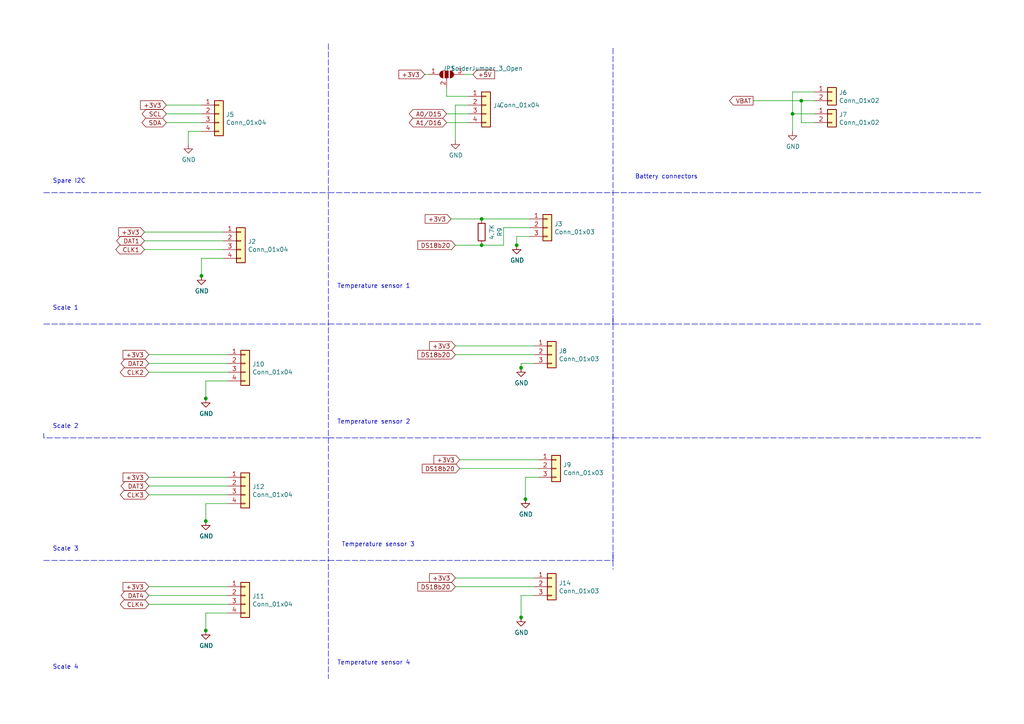
<source format=kicad_sch>
(kicad_sch (version 20211123) (generator eeschema)
  (paper "A4")
  (title_block (title "Open_beehive_scale_board") (date "2022-05-16") (rev "V0.1") (company "Ratamuse"))
  (lib_symbols
    (symbol "Connector_Generic:Conn_01x02" (pin_names (offset 1.016) hide)
      (property "Reference" "J" (at 0 2.54 0))
      (property "Value" "Conn_01x02" (at 0 -5.08 0))
      (symbol "Conn_01x02_1_1"
        (rectangle (start -1.27 -2.413) (end 0 -2.667) (stroke (width 0.1524)))
        (rectangle (start -1.27 0.127) (end 0 -0.127) (stroke (width 0.1524)))
        (rectangle (start -1.27 1.27) (end 1.27 -3.81) (stroke (width 0.254)) (fill (type background)))
        (pin passive line (at -5.08 0 0) (length 3.81) (name "Pin_1") (number "1"))
        (pin passive line (at -5.08 -2.54 0) (length 3.81) (name "Pin_2") (number "2"))
      )
    )
    (symbol "Connector_Generic:Conn_01x03" (pin_names (offset 1.016) hide)
      (property "Reference" "J" (at 0 5.08 0))
      (property "Value" "Conn_01x03" (at 0 -5.08 0))
      (symbol "Conn_01x03_1_1"
        (rectangle (start -1.27 -2.413) (end 0 -2.667) (stroke (width 0.1524)))
        (rectangle (start -1.27 0.127) (end 0 -0.127) (stroke (width 0.1524)))
        (rectangle (start -1.27 2.667) (end 0 2.413) (stroke (width 0.1524)))
        (rectangle (start -1.27 3.81) (end 1.27 -3.81) (stroke (width 0.254)) (fill (type background)))
        (pin passive line (at -5.08 2.54 0) (length 3.81) (name "Pin_1") (number "1"))
        (pin passive line (at -5.08 0 0) (length 3.81) (name "Pin_2") (number "2"))
        (pin passive line (at -5.08 -2.54 0) (length 3.81) (name "Pin_3") (number "3"))
      )
    )
    (symbol "Connector_Generic:Conn_01x04" (pin_names (offset 1.016) hide)
      (property "Reference" "J" (at 0 5.08 0))
      (property "Value" "Conn_01x04" (at 0 -7.62 0))
      (symbol "Conn_01x04_1_1"
        (rectangle (start -1.27 -4.953) (end 0 -5.207) (stroke (width 0.1524)))
        (rectangle (start -1.27 -2.413) (end 0 -2.667) (stroke (width 0.1524)))
        (rectangle (start -1.27 0.127) (end 0 -0.127) (stroke (width 0.1524)))
        (rectangle (start -1.27 2.667) (end 0 2.413) (stroke (width 0.1524)))
        (rectangle (start -1.27 3.81) (end 1.27 -6.35) (stroke (width 0.254)) (fill (type background)))
        (pin passive line (at -5.08 2.54 0) (length 3.81) (name "Pin_1") (number "1"))
        (pin passive line (at -5.08 0 0) (length 3.81) (name "Pin_2") (number "2"))
        (pin passive line (at -5.08 -2.54 0) (length 3.81) (name "Pin_3") (number "3"))
        (pin passive line (at -5.08 -5.08 0) (length 3.81) (name "Pin_4") (number "4"))
      )
    )
    (symbol "Device:R" (pin_numbers hide) (pin_names (offset 0))
      (property "Reference" "R" (at 2.032 0 90))
      (property "Value" "R" (at 0 0 90))
      (symbol "R_0_1"
        (rectangle (start -1.016 -2.54) (end 1.016 2.54) (stroke (width 0.254)))
      )
      (symbol "R_1_1"
        (pin passive line (at 0 3.81 270) (length 1.27) (name "~") (number "1"))
        (pin passive line (at 0 -3.81 90) (length 1.27) (name "~") (number "2"))
      )
    )
    (symbol "power:GND" (power) (pin_names (offset 0))
      (property "Value" "GND" (at 0 -3.81 0))
      (symbol "GND_0_1"
        (polyline (pts (xy 0 0) (xy 0 -1.27) (xy 1.27 -1.27) (xy 0 -2.54) (xy -1.27 -1.27) (xy 0 -1.27)))
      )
      (symbol "GND_1_1"
        (pin power_in line (at 0 0 270) (length 0) hide (name "GND") (number "1"))
      )
    )
    (symbol "ruche-rescue:SolderJumper_3_Open-Jumper" (pin_names (offset 0) hide)
      (property "Reference" "JP" (at -2.54 -2.54 0))
      (property "Value" "SolderJumper_3_Open-Jumper" (at 0 2.794 0))
      (symbol "SolderJumper_3_Open-Jumper_0_1"
        (arc (start -1.016 1.016) (mid -2.032 0) (end -1.016 -1.016))
        (arc (start -1.016 1.016) (mid -2.032 0) (end -1.016 -1.016) (fill (type outline)))
        (rectangle (start -0.508 1.016) (end 0.508 -1.016) (fill (type outline)))
        (polyline (pts (xy -2.54 0) (xy -2.032 0)))
        (polyline (pts (xy -1.016 1.016) (xy -1.016 -1.016)))
        (polyline (pts (xy 0 -1.27) (xy 0 -1.016)))
        (polyline (pts (xy 1.016 1.016) (xy 1.016 -1.016)))
        (polyline (pts (xy 2.54 0) (xy 2.032 0)))
        (arc (start 1.016 -1.016) (mid 2.032 0) (end 1.016 1.016))
        (arc (start 1.016 -1.016) (mid 2.032 0) (end 1.016 1.016) (fill (type outline)))
      )
      (symbol "SolderJumper_3_Open-Jumper_1_1"
        (pin passive line (at -5.08 0 0) (length 2.54) (name "A") (number "1"))
        (pin input line (at 0 -3.81 90) (length 2.54) (name "C") (number "2"))
        (pin passive line (at 5.08 0 180) (length 2.54) (name "B") (number "3"))
      )
    )
  )
  (junction (at 139.7 71.12))
  (junction (at 232.41 29.21))
  (junction (at 59.69 151.13))
  (junction (at 139.7 63.5))
  (junction (at 58.42 80.01))
  (junction (at 59.69 182.88))
  (junction (at 152.4 144.78))
  (junction (at 59.69 115.57))
  (junction (at 229.87 33.02))
  (junction (at 151.13 179.07))
  (junction (at 151.13 106.68))
  (junction (at 149.86 71.12))
  (wire (pts (xy 151.13 106.68) (xy 151.13 105.41)))
  (wire (pts (xy 132.08 170.18) (xy 154.94 170.18)))
  (wire (pts (xy 218.44 29.21) (xy 232.41 29.21)))
  (wire (pts (xy 229.87 33.02) (xy 229.87 26.67)))
  (wire (pts (xy 132.08 30.48) (xy 132.08 40.64)))
  (wire (pts (xy 66.04 146.05) (xy 59.69 146.05)))
  (wire (pts (xy 132.08 167.64) (xy 154.94 167.64)))
  (wire (pts (xy 129.54 27.94) (xy 135.89 27.94)))
  (polyline (pts (xy 12.7 93.98) (xy 95.25 93.98)))
  (wire (pts (xy 132.08 71.12) (xy 139.7 71.12)))
  (polyline (pts (xy 177.8 55.88) (xy 284.48 55.88)))
  (wire (pts (xy 129.54 27.94) (xy 129.54 25.4)))
  (wire (pts (xy 123.19 21.59) (xy 124.46 21.59)))
  (polyline (pts (xy 12.7 162.56) (xy 95.25 162.56)))
  (polyline (pts (xy 177.8 93.98) (xy 177.8 91.44)))
  (wire (pts (xy 153.67 63.5) (xy 139.7 63.5)))
  (wire (pts (xy 66.04 107.95) (xy 43.18 107.95)))
  (wire (pts (xy 153.67 68.58) (xy 149.86 68.58)))
  (wire (pts (xy 133.35 135.89) (xy 156.21 135.89)))
  (wire (pts (xy 58.42 33.02) (xy 48.26 33.02)))
  (wire (pts (xy 229.87 33.02) (xy 236.22 33.02)))
  (wire (pts (xy 146.05 66.04) (xy 146.05 71.12)))
  (wire (pts (xy 134.62 21.59) (xy 137.16 21.59)))
  (wire (pts (xy 58.42 38.1) (xy 54.61 38.1)))
  (wire (pts (xy 139.7 71.12) (xy 146.05 71.12)))
  (wire (pts (xy 232.41 35.56) (xy 236.22 35.56)))
  (polyline (pts (xy 12.7 125.73) (xy 12.7 127)))
  (wire (pts (xy 152.4 138.43) (xy 152.4 144.78)))
  (wire (pts (xy 66.04 175.26) (xy 43.18 175.26)))
  (wire (pts (xy 229.87 26.67) (xy 236.22 26.67)))
  (wire (pts (xy 135.89 35.56) (xy 129.54 35.56)))
  (wire (pts (xy 149.86 68.58) (xy 149.86 71.12)))
  (polyline (pts (xy 95.25 127) (xy 177.8 127)))
  (wire (pts (xy 64.77 69.85) (xy 41.91 69.85)))
  (wire (pts (xy 66.04 172.72) (xy 43.18 172.72)))
  (wire (pts (xy 156.21 138.43) (xy 152.4 138.43)))
  (wire (pts (xy 48.26 35.56) (xy 58.42 35.56)))
  (polyline (pts (xy 177.8 127) (xy 177.8 125.73)))
  (wire (pts (xy 135.89 33.02) (xy 129.54 33.02)))
  (wire (pts (xy 66.04 102.87) (xy 43.18 102.87)))
  (polyline (pts (xy 95.25 55.88) (xy 177.8 55.88)))
  (wire (pts (xy 154.94 105.41) (xy 151.13 105.41)))
  (wire (pts (xy 58.42 74.93) (xy 58.42 80.01)))
  (polyline (pts (xy 95.25 127) (xy 12.7 127)))
  (wire (pts (xy 59.69 110.49) (xy 59.69 115.57)))
  (wire (pts (xy 151.13 172.72) (xy 151.13 179.07)))
  (wire (pts (xy 48.26 30.48) (xy 58.42 30.48)))
  (wire (pts (xy 66.04 140.97) (xy 43.18 140.97)))
  (polyline (pts (xy 177.8 93.98) (xy 284.48 93.98)))
  (polyline (pts (xy 95.25 12.7) (xy 95.25 196.85)))
  (wire (pts (xy 232.41 35.56) (xy 232.41 29.21)))
  (wire (pts (xy 229.87 33.02) (xy 229.87 38.1)))
  (wire (pts (xy 153.67 66.04) (xy 146.05 66.04)))
  (wire (pts (xy 66.04 177.8) (xy 59.69 177.8)))
  (polyline (pts (xy 95.25 162.56) (xy 177.8 162.56)))
  (wire (pts (xy 154.94 172.72) (xy 151.13 172.72)))
  (polyline (pts (xy 177.8 162.56) (xy 177.8 160.02)))
  (polyline (pts (xy 95.25 93.98) (xy 177.8 93.98)))
  (wire (pts (xy 132.08 102.87) (xy 154.94 102.87)))
  (wire (pts (xy 139.7 63.5) (xy 130.81 63.5)))
  (polyline (pts (xy 12.7 55.88) (xy 95.25 55.88)))
  (wire (pts (xy 59.69 177.8) (xy 59.69 182.88)))
  (wire (pts (xy 59.69 146.05) (xy 59.69 151.13)))
  (wire (pts (xy 64.77 72.39) (xy 41.91 72.39)))
  (wire (pts (xy 66.04 143.51) (xy 43.18 143.51)))
  (wire (pts (xy 133.35 133.35) (xy 156.21 133.35)))
  (wire (pts (xy 64.77 74.93) (xy 58.42 74.93)))
  (wire (pts (xy 66.04 170.18) (xy 43.18 170.18)))
  (wire (pts (xy 66.04 138.43) (xy 43.18 138.43)))
  (wire (pts (xy 66.04 110.49) (xy 59.69 110.49)))
  (wire (pts (xy 132.08 100.33) (xy 154.94 100.33)))
  (wire (pts (xy 54.61 38.1) (xy 54.61 41.91)))
  (wire (pts (xy 64.77 67.31) (xy 41.91 67.31)))
  (wire (pts (xy 66.04 105.41) (xy 43.18 105.41)))
  (wire (pts (xy 135.89 30.48) (xy 132.08 30.48)))
  (wire (pts (xy 232.41 29.21) (xy 236.22 29.21)))
  (polyline (pts (xy 177.8 13.97) (xy 177.8 165.1)))
  (polyline (pts (xy 177.8 127) (xy 284.48 127)))
  (text "Scale 4" (at 15.24 194.31 0) (effects (font (size 1.27 1.27)) (justify left bottom)))
  (text "Scale 2" (at 15.24 124.46 0) (effects (font (size 1.27 1.27)) (justify left bottom)))
  (text "Scale 3\n" (at 15.24 160.02 0) (effects (font (size 1.27 1.27)) (justify left bottom)))
  (text "Scale 1\n" (at 15.24 90.17 0) (effects (font (size 1.27 1.27)) (justify left bottom)))
  (text "Temperature sensor 2\n" (at 97.79 123.19 0) (effects (font (size 1.27 1.27)) (justify left bottom)))
  (text "Battery connectors" (at 184.15 52.07 0) (effects (font (size 1.27 1.27)) (justify left bottom)))
  (text "Spare I2C" (at 15.24 53.34 0) (effects (font (size 1.27 1.27)) (justify left bottom)))
  (text "Temperature sensor 1" (at 97.79 83.82 0) (effects (font (size 1.27 1.27)) (justify left bottom)))
  (text "Temperature sensor 3\n" (at 99.06 158.75 0) (effects (font (size 1.27 1.27)) (justify left bottom)))
  (text "Temperature sensor 4" (at 97.79 193.04 0) (effects (font (size 1.27 1.27)) (justify left bottom)))
  (global_label "A1{slash}D16" (shape bidirectional) (at 129.54 35.56 180) (property "Intersheet References" "${INTERSHEET_REFS}" (effects hide)))
  (global_label "DAT3" (shape bidirectional) (at 43.18 140.97 180) (property "Intersheet References" "${INTERSHEET_REFS}" (effects hide)))
  (global_label "CLK1" (shape bidirectional) (at 41.91 72.39 180) (property "Intersheet References" "${INTERSHEET_REFS}" (effects hide)))
  (global_label "+3V3" (shape input) (at 123.19 21.59 180) (property "Intersheet References" "${INTERSHEET_REFS}" (effects hide)))
  (global_label "DAT1" (shape bidirectional) (at 41.91 69.85 180) (property "Intersheet References" "${INTERSHEET_REFS}" (effects hide)))
  (global_label "DS18b20" (shape input) (at 132.08 170.18 180) (property "Intersheet References" "${INTERSHEET_REFS}" (effects hide)))
  (global_label "DS18b20" (shape input) (at 133.35 135.89 180) (property "Intersheet References" "${INTERSHEET_REFS}" (effects hide)))
  (global_label "SCL" (shape bidirectional) (at 48.26 33.02 180) (property "Intersheet References" "${INTERSHEET_REFS}" (effects hide)))
  (global_label "VBAT" (shape output) (at 218.44 29.21 180) (property "Intersheet References" "${INTERSHEET_REFS}" (effects hide)))
  (global_label "+5V" (shape input) (at 137.16 21.59 0) (property "Intersheet References" "${INTERSHEET_REFS}" (effects hide)))
  (global_label "+3V3" (shape input) (at 133.35 133.35 180) (property "Intersheet References" "${INTERSHEET_REFS}" (effects hide)))
  (global_label "+3V3" (shape input) (at 48.26 30.48 180) (property "Intersheet References" "${INTERSHEET_REFS}" (effects hide)))
  (global_label "DAT2" (shape bidirectional) (at 43.18 105.41 180) (property "Intersheet References" "${INTERSHEET_REFS}" (effects hide)))
  (global_label "+3V3" (shape input) (at 130.81 63.5 180) (property "Intersheet References" "${INTERSHEET_REFS}" (effects hide)))
  (global_label "DS18b20" (shape input) (at 132.08 102.87 180) (property "Intersheet References" "${INTERSHEET_REFS}" (effects hide)))
  (global_label "+3V3" (shape input) (at 132.08 100.33 180) (property "Intersheet References" "${INTERSHEET_REFS}" (effects hide)))
  (global_label "CLK2" (shape bidirectional) (at 43.18 107.95 180) (property "Intersheet References" "${INTERSHEET_REFS}" (effects hide)))
  (global_label "+3V3" (shape input) (at 43.18 102.87 180) (property "Intersheet References" "${INTERSHEET_REFS}" (effects hide)))
  (global_label "+3V3" (shape input) (at 41.91 67.31 180) (property "Intersheet References" "${INTERSHEET_REFS}" (effects hide)))
  (global_label "+3V3" (shape input) (at 43.18 170.18 180) (property "Intersheet References" "${INTERSHEET_REFS}" (effects hide)))
  (global_label "CLK3" (shape bidirectional) (at 43.18 143.51 180) (property "Intersheet References" "${INTERSHEET_REFS}" (effects hide)))
  (global_label "DS18b20" (shape input) (at 132.08 71.12 180) (property "Intersheet References" "${INTERSHEET_REFS}" (effects hide)))
  (global_label "A0{slash}D15" (shape bidirectional) (at 129.54 33.02 180) (property "Intersheet References" "${INTERSHEET_REFS}" (effects hide)))
  (global_label "CLK4" (shape bidirectional) (at 43.18 175.26 180) (property "Intersheet References" "${INTERSHEET_REFS}" (effects hide)))
  (global_label "+3V3" (shape input) (at 43.18 138.43 180) (property "Intersheet References" "${INTERSHEET_REFS}" (effects hide)))
  (global_label "+3V3" (shape input) (at 132.08 167.64 180) (property "Intersheet References" "${INTERSHEET_REFS}" (effects hide)))
  (global_label "DAT4" (shape bidirectional) (at 43.18 172.72 180) (property "Intersheet References" "${INTERSHEET_REFS}" (effects hide)))
  (global_label "SDA" (shape bidirectional) (at 48.26 35.56 180) (property "Intersheet References" "${INTERSHEET_REFS}" (effects hide)))
  (symbol (lib_id "power:GND") (at 59.69 115.57 0) (unit 1)
    (property "Reference" "#PWR0147" (effects hide))
    (property "Value" "GND" (at 59.817 119.9642 0))
  )
  (symbol (lib_id "power:GND") (at 54.61 41.91 0) (unit 1)
    (property "Reference" "#PWR0128" (effects hide))
    (property "Value" "GND" (at 54.737 46.3042 0))
  )
  (symbol (lib_id "power:GND") (at 59.69 115.57 0) (unit 1)
    (property "Reference" "#PWR0146" (effects hide))
    (property "Value" "GND" (at 59.817 119.9642 0))
  )
  (symbol (lib_id "power:GND") (at 152.4 144.78 0) (unit 1)
    (property "Reference" "#PWR0109" (effects hide))
    (property "Value" "GND" (at 152.527 149.1742 0))
  )
  (symbol (lib_id "power:GND") (at 58.42 80.01 0) (unit 1)
    (property "Reference" "#PWR0138" (effects hide))
    (property "Value" "GND" (at 58.547 84.4042 0))
  )
  (symbol (lib_id "power:GND") (at 59.69 151.13 0) (unit 1)
    (property "Reference" "#PWR0148" (effects hide))
    (property "Value" "GND" (at 59.817 155.5242 0))
  )
  (symbol (lib_id "power:GND") (at 152.4 144.78 0) (unit 1)
    (property "Reference" "#PWR0112" (effects hide))
    (property "Value" "GND" (at 152.527 149.1742 0))
  )
  (symbol (lib_id "power:GND") (at 151.13 179.07 0) (unit 1)
    (property "Reference" "#PWR0121" (effects hide))
    (property "Value" "GND" (at 151.257 183.4642 0))
  )
  (symbol (lib_id "Connector_Generic:Conn_01x03") (at 158.75 66.04 0) (unit 1)
    (property "Reference" "J3" (at 160.782 64.9732 0) (effects (justify left)))
    (property "Value" "Conn_01x03" (at 160.782 67.2846 0) (effects (justify left)))
    (property "Footprint" "Connector_JST:JST_PH_B3B-PH-K_1x03_P2.00mm_Vertical" (effects hide))
  )
  (symbol (lib_id "power:GND") (at 59.69 151.13 0) (unit 1)
    (property "Reference" "#PWR0149" (effects hide))
    (property "Value" "GND" (at 59.817 155.5242 0))
  )
  (symbol (lib_id "power:GND") (at 59.69 182.88 0) (unit 1)
    (property "Reference" "#PWR0150" (effects hide))
    (property "Value" "GND" (at 59.817 187.2742 0))
  )
  (symbol (lib_id "Connector_Generic:Conn_01x04") (at 140.97 30.48 0) (unit 1)
    (property "Reference" "J4" (at 143.002 30.6832 0) (effects (justify left)))
    (property "Value" "Conn_01x04" (at 144.78 30.48 0) (effects (justify left)))
    (property "Footprint" "Connector_JST:JST_PH_B4B-PH-K_1x04_P2.00mm_Vertical" (effects hide))
  )
  (symbol (lib_id "ruche-rescue:SolderJumper_3_Open-Jumper") (at 129.54 21.59 0) (unit 1)
    (property "Reference" "JP1" (at 128.3716 19.8628 0) (effects (justify left)))
    (property "Value" "SolderJumper_3_Open" (at 130.683 19.8628 0) (effects (justify left)))
    (property "Footprint" "Jumper:SolderJumper-3_P1.3mm_Open_RoundedPad1.0x1.5mm_NumberLabels" (effects hide))
  )
  (symbol (lib_id "Connector_Generic:Conn_01x04") (at 69.85 69.85 0) (unit 1)
    (property "Reference" "J2" (at 71.882 70.0532 0) (effects (justify left)))
    (property "Value" "Conn_01x04" (at 71.882 72.3646 0) (effects (justify left)))
    (property "Footprint" "Connector_JST:JST_PH_B4B-PH-K_1x04_P2.00mm_Vertical" (effects hide))
  )
  (symbol (lib_id "Connector_Generic:Conn_01x04") (at 71.12 140.97 0) (unit 1)
    (property "Reference" "J12" (at 73.152 141.1732 0) (effects (justify left)))
    (property "Value" "Conn_01x04" (at 73.152 143.4846 0) (effects (justify left)))
    (property "Footprint" "Connector_JST:JST_PH_B4B-PH-K_1x04_P2.00mm_Vertical" (effects hide))
  )
  (symbol (lib_id "Connector_Generic:Conn_01x03") (at 161.29 135.89 0) (unit 1)
    (property "Reference" "J9" (at 163.322 134.8232 0) (effects (justify left)))
    (property "Value" "Conn_01x03" (at 163.322 137.1346 0) (effects (justify left)))
    (property "Footprint" "Connector_JST:JST_PH_B3B-PH-K_1x03_P2.00mm_Vertical" (effects hide))
  )
  (symbol (lib_id "power:GND") (at 58.42 80.01 0) (unit 1)
    (property "Reference" "#PWR0139" (effects hide))
    (property "Value" "GND" (at 58.547 84.4042 0))
  )
  (symbol (lib_id "Device:R") (at 139.7 67.31 180) (unit 1)
    (property "Reference" "R9" (at 144.9578 67.31 90))
    (property "Value" "4.7K" (at 142.6464 67.31 90))
    (property "Footprint" "Resistor_SMD:R_0603_1608Metric" (effects hide))
  )
  (symbol (lib_id "power:GND") (at 149.86 71.12 0) (unit 1)
    (property "Reference" "#PWR0141" (effects hide))
    (property "Value" "GND" (at 149.987 75.5142 0))
  )
  (symbol (lib_id "power:GND") (at 132.08 40.64 0) (unit 1)
    (property "Reference" "#PWR0127" (effects hide))
    (property "Value" "GND" (at 132.207 45.0342 0))
  )
  (symbol (lib_id "power:GND") (at 151.13 106.68 0) (unit 1)
    (property "Reference" "#PWR0102" (effects hide))
    (property "Value" "GND" (at 151.257 111.0742 0))
  )
  (symbol (lib_id "Connector_Generic:Conn_01x04") (at 71.12 105.41 0) (unit 1)
    (property "Reference" "J10" (at 73.152 105.6132 0) (effects (justify left)))
    (property "Value" "Conn_01x04" (at 73.152 107.9246 0) (effects (justify left)))
    (property "Footprint" "Connector_JST:JST_PH_B4B-PH-K_1x04_P2.00mm_Vertical" (effects hide))
  )
  (symbol (lib_id "power:GND") (at 149.86 71.12 0) (unit 1)
    (property "Reference" "#PWR0140" (effects hide))
    (property "Value" "GND" (at 149.987 75.5142 0))
  )
  (symbol (lib_id "Connector_Generic:Conn_01x03") (at 160.02 170.18 0) (unit 1)
    (property "Reference" "J14" (at 162.052 169.1132 0) (effects (justify left)))
    (property "Value" "Conn_01x03" (at 162.052 171.4246 0) (effects (justify left)))
    (property "Footprint" "Connector_JST:JST_PH_B3B-PH-K_1x03_P2.00mm_Vertical" (effects hide))
  )
  (symbol (lib_id "power:GND") (at 229.87 38.1 0) (unit 1)
    (property "Reference" "#PWR0103" (effects hide))
    (property "Value" "GND" (at 229.997 42.4942 0))
  )
  (symbol (lib_id "Connector_Generic:Conn_01x04") (at 71.12 172.72 0) (unit 1)
    (property "Reference" "J11" (at 73.152 172.9232 0) (effects (justify left)))
    (property "Value" "Conn_01x04" (at 73.152 175.2346 0) (effects (justify left)))
    (property "Footprint" "Connector_JST:JST_PH_B4B-PH-K_1x04_P2.00mm_Vertical" (effects hide))
  )
  (symbol (lib_id "Connector_Generic:Conn_01x03") (at 160.02 102.87 0) (unit 1)
    (property "Reference" "J8" (at 162.052 101.8032 0) (effects (justify left)))
    (property "Value" "Conn_01x03" (at 162.052 104.1146 0) (effects (justify left)))
    (property "Footprint" "Connector_JST:JST_PH_B3B-PH-K_1x03_P2.00mm_Vertical" (effects hide))
  )
  (symbol (lib_id "Connector_Generic:Conn_01x02") (at 241.3 33.02 0) (unit 1)
    (property "Reference" "J7" (at 243.332 33.2232 0) (effects (justify left)))
    (property "Value" "Conn_01x02" (at 243.332 35.5346 0) (effects (justify left)))
    (property "Footprint" "Connector_JST:JST_PH_B2B-PH-K_1x02_P2.00mm_Vertical" (effects hide))
  )
  (symbol (lib_id "power:GND") (at 151.13 106.68 0) (unit 1)
    (property "Reference" "#PWR0104" (effects hide))
    (property "Value" "GND" (at 151.257 111.0742 0))
  )
  (symbol (lib_id "Connector_Generic:Conn_01x02") (at 241.3 26.67 0) (unit 1)
    (property "Reference" "J6" (at 243.332 26.8732 0) (effects (justify left)))
    (property "Value" "Conn_01x02" (at 243.332 29.1846 0) (effects (justify left)))
    (property "Footprint" "Connector_JST:JST_PH_B2B-PH-K_1x02_P2.00mm_Vertical" (effects hide))
  )
  (symbol (lib_id "Connector_Generic:Conn_01x04") (at 63.5 33.02 0) (unit 1)
    (property "Reference" "J5" (at 65.532 33.2232 0) (effects (justify left)))
    (property "Value" "Conn_01x04" (at 65.532 35.5346 0) (effects (justify left)))
    (property "Footprint" "Connector_JST:JST_PH_B4B-PH-K_1x04_P2.00mm_Vertical" (effects hide))
  )
  (symbol (lib_id "power:GND") (at 151.13 179.07 0) (unit 1)
    (property "Reference" "#PWR0122" (effects hide))
    (property "Value" "GND" (at 151.257 183.4642 0))
  )
  (symbol (lib_id "power:GND") (at 59.69 182.88 0) (unit 1)
    (property "Reference" "#PWR0151" (effects hide))
    (property "Value" "GND" (at 59.817 187.2742 0))
  )
)
</source>
